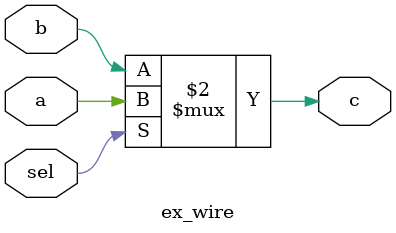
<source format=v>
module ex_wire(
        input wire  sel,
        input wire  a,
        input wire  b,
        output wire  c
);
//wire只能使用 assign连续赋值语句赋值 而且必须使用阻塞赋值  = 表阻塞
assign c=(sel == 1'b1)?a:b; //c必须是wire变量 a b可以是reg变量
/*
* 同等于
*   if(sel == 1'b1)
    *   c = a;
*   else 
    *   c=b;
*/
endmodule










</source>
